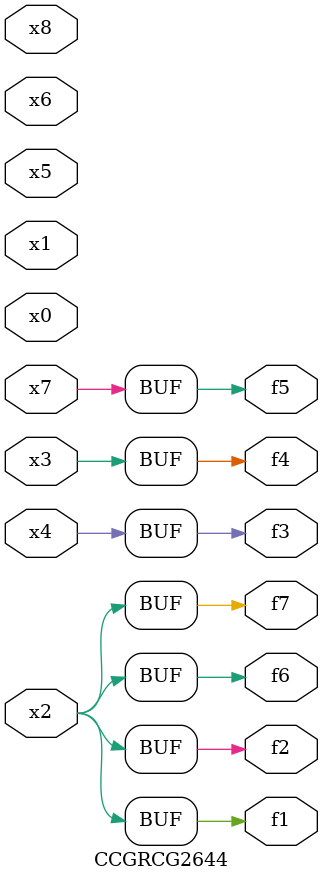
<source format=v>
module CCGRCG2644(
	input x0, x1, x2, x3, x4, x5, x6, x7, x8,
	output f1, f2, f3, f4, f5, f6, f7
);
	assign f1 = x2;
	assign f2 = x2;
	assign f3 = x4;
	assign f4 = x3;
	assign f5 = x7;
	assign f6 = x2;
	assign f7 = x2;
endmodule

</source>
